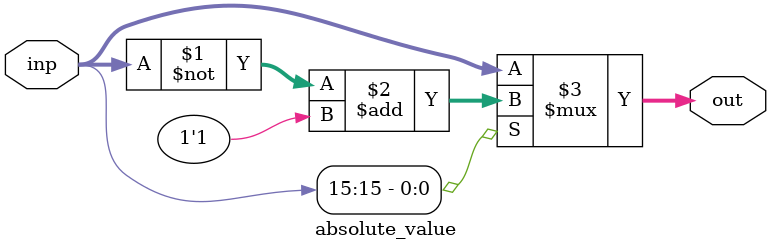
<source format=v>
`timescale 1ns / 1ps
`timescale 1ns / 1ps
//////////////////////////////////////////////////////////////////////////////////
// Company: 
// Engineer: 
// 
// Create Date:    16:52:31 07/04/2022 
// Design Name: 
// Module Name:    abs 
// Project Name: 
// Target Devices: 
// Tool versions: 
// Description: 
//
// Dependencies: 
//
// Revision: 
// Revision 0.01 - File Created
// Additional Comments: 
//
//////////////////////////////////////////////////////////////////////////////////
module absolute_value
#(parameter bitwidth=16)
(output  [bitwidth-1:0] out,
 input [bitwidth-1:0] inp);
 
 assign out = inp[bitwidth-1] ? ((~inp)+1'b1) : inp;
 
// wire [bitwidth-1:0] negative;
// twosComplement t(negative,inp);
// always @(*)
// begin
// if (inp[bitwidth-1]==1'b1)
//      out <= negative;
// else
//      out <= inp;
//end
endmodule 
</source>
